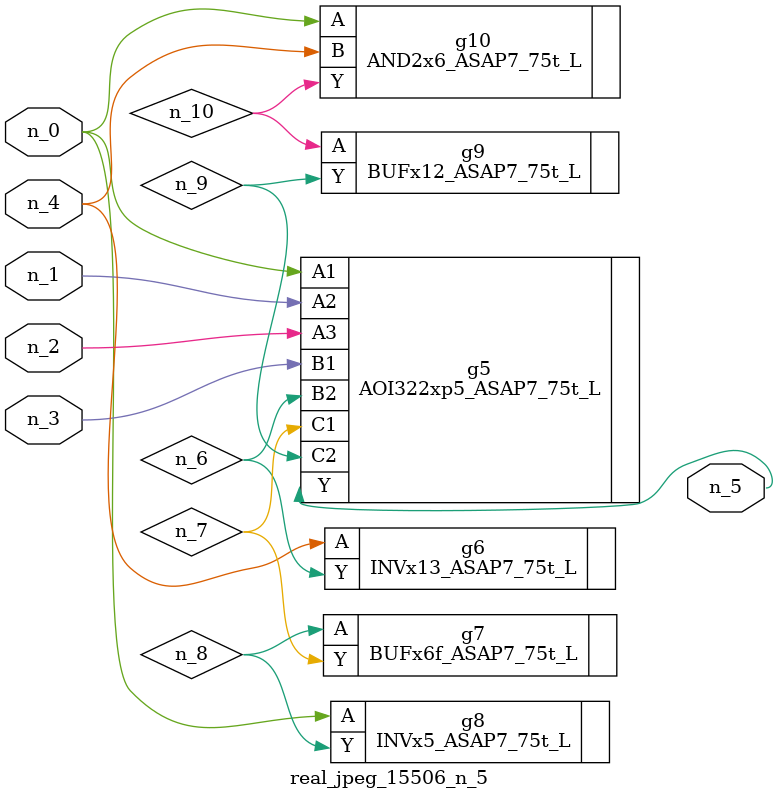
<source format=v>
module real_jpeg_15506_n_5 (n_4, n_0, n_1, n_2, n_3, n_5);

input n_4;
input n_0;
input n_1;
input n_2;
input n_3;

output n_5;

wire n_8;
wire n_6;
wire n_7;
wire n_10;
wire n_9;

AOI322xp5_ASAP7_75t_L g5 ( 
.A1(n_0),
.A2(n_1),
.A3(n_2),
.B1(n_3),
.B2(n_6),
.C1(n_7),
.C2(n_9),
.Y(n_5)
);

INVx5_ASAP7_75t_L g8 ( 
.A(n_0),
.Y(n_8)
);

AND2x6_ASAP7_75t_L g10 ( 
.A(n_0),
.B(n_4),
.Y(n_10)
);

INVx13_ASAP7_75t_L g6 ( 
.A(n_4),
.Y(n_6)
);

BUFx6f_ASAP7_75t_L g7 ( 
.A(n_8),
.Y(n_7)
);

BUFx12_ASAP7_75t_L g9 ( 
.A(n_10),
.Y(n_9)
);


endmodule
</source>
